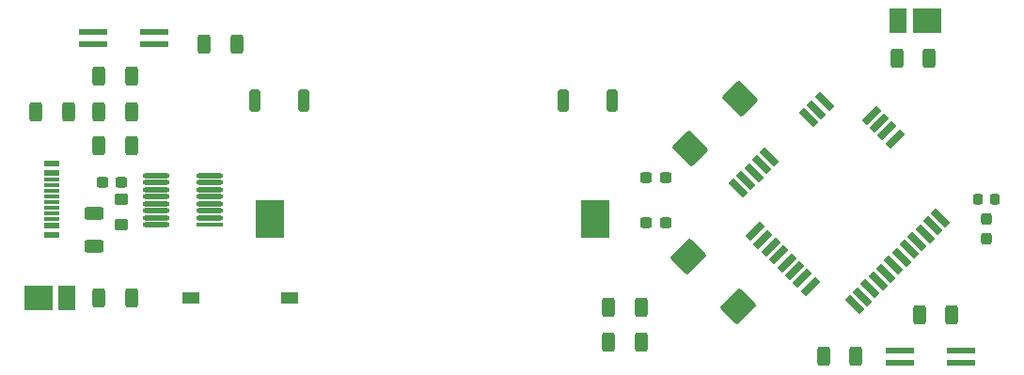
<source format=gtp>
%TF.GenerationSoftware,KiCad,Pcbnew,7.0.1-0*%
%TF.CreationDate,2023-09-15T13:21:47+02:00*%
%TF.ProjectId,letterboxsensor,6c657474-6572-4626-9f78-73656e736f72,rev?*%
%TF.SameCoordinates,Original*%
%TF.FileFunction,Paste,Top*%
%TF.FilePolarity,Positive*%
%FSLAX46Y46*%
G04 Gerber Fmt 4.6, Leading zero omitted, Abs format (unit mm)*
G04 Created by KiCad (PCBNEW 7.0.1-0) date 2023-09-15 13:21:47*
%MOMM*%
%LPD*%
G01*
G04 APERTURE LIST*
G04 Aperture macros list*
%AMRoundRect*
0 Rectangle with rounded corners*
0 $1 Rounding radius*
0 $2 $3 $4 $5 $6 $7 $8 $9 X,Y pos of 4 corners*
0 Add a 4 corners polygon primitive as box body*
4,1,4,$2,$3,$4,$5,$6,$7,$8,$9,$2,$3,0*
0 Add four circle primitives for the rounded corners*
1,1,$1+$1,$2,$3*
1,1,$1+$1,$4,$5*
1,1,$1+$1,$6,$7*
1,1,$1+$1,$8,$9*
0 Add four rect primitives between the rounded corners*
20,1,$1+$1,$2,$3,$4,$5,0*
20,1,$1+$1,$4,$5,$6,$7,0*
20,1,$1+$1,$6,$7,$8,$9,0*
20,1,$1+$1,$8,$9,$2,$3,0*%
%AMRotRect*
0 Rectangle, with rotation*
0 The origin of the aperture is its center*
0 $1 length*
0 $2 width*
0 $3 Rotation angle, in degrees counterclockwise*
0 Add horizontal line*
21,1,$1,$2,0,0,$3*%
G04 Aperture macros list end*
%ADD10R,2.600000X0.600000*%
%ADD11RoundRect,0.250000X-0.312500X-0.625000X0.312500X-0.625000X0.312500X0.625000X-0.312500X0.625000X0*%
%ADD12RoundRect,0.250000X0.312500X0.625000X-0.312500X0.625000X-0.312500X-0.625000X0.312500X-0.625000X0*%
%ADD13R,2.500000X2.200000*%
%ADD14R,1.550000X2.200000*%
%ADD15RoundRect,0.237500X-0.237500X0.300000X-0.237500X-0.300000X0.237500X-0.300000X0.237500X0.300000X0*%
%ADD16RoundRect,0.218750X0.218750X0.256250X-0.218750X0.256250X-0.218750X-0.256250X0.218750X-0.256250X0*%
%ADD17R,2.540000X3.510000*%
%ADD18RoundRect,0.250000X0.250000X0.750000X-0.250000X0.750000X-0.250000X-0.750000X0.250000X-0.750000X0*%
%ADD19RoundRect,0.237500X-0.300000X-0.237500X0.300000X-0.237500X0.300000X0.237500X-0.300000X0.237500X0*%
%ADD20RoundRect,0.237500X0.300000X0.237500X-0.300000X0.237500X-0.300000X-0.237500X0.300000X-0.237500X0*%
%ADD21R,2.477223X0.426984*%
%ADD22RoundRect,0.213492X1.025119X0.000000X-1.025119X0.000000X-1.025119X0.000000X1.025119X0.000000X0*%
%ADD23RoundRect,0.250000X0.625000X-0.312500X0.625000X0.312500X-0.625000X0.312500X-0.625000X-0.312500X0*%
%ADD24RoundRect,0.250000X-0.250000X-0.750000X0.250000X-0.750000X0.250000X0.750000X-0.250000X0.750000X0*%
%ADD25R,1.450000X0.600000*%
%ADD26R,1.450000X0.300000*%
%ADD27RoundRect,0.250000X-1.343503X-0.106066X-0.106066X-1.343503X1.343503X0.106066X0.106066X1.343503X0*%
%ADD28R,1.500000X1.100000*%
%ADD29RoundRect,0.250000X-0.350000X0.275000X-0.350000X-0.275000X0.350000X-0.275000X0.350000X0.275000X0*%
%ADD30RoundRect,0.250000X0.106066X-1.343503X1.343503X-0.106066X-0.106066X1.343503X-1.343503X0.106066X0*%
%ADD31RotRect,1.800000X0.700000X45.000000*%
%ADD32RotRect,1.800000X0.700000X315.000000*%
G04 APERTURE END LIST*
D10*
X111275400Y-72449600D03*
X111275400Y-73549600D03*
X116775400Y-72449600D03*
X116775400Y-73549600D03*
X116775400Y-73549600D03*
X116775400Y-72449600D03*
D11*
X114687500Y-76400000D03*
X111762500Y-76400000D03*
D12*
X186537500Y-74825000D03*
X183612500Y-74825000D03*
D13*
X186324600Y-71400000D03*
D14*
X183749600Y-71400000D03*
D15*
X191669200Y-89287500D03*
X191669200Y-91012500D03*
D16*
X192456700Y-87493600D03*
X190881700Y-87493600D03*
D17*
X156480000Y-89275000D03*
X127120000Y-89275000D03*
D11*
X121262500Y-73500000D03*
X124187500Y-73500000D03*
D18*
X157975000Y-78650000D03*
X153575000Y-78650000D03*
D11*
X114687500Y-79650000D03*
X111762500Y-79650000D03*
D13*
X106300000Y-96400000D03*
D14*
X108875000Y-96400000D03*
D12*
X176987500Y-101650000D03*
X179912500Y-101650000D03*
X111762500Y-96400000D03*
X114687500Y-96400000D03*
D19*
X112062500Y-85975000D03*
X113787500Y-85975000D03*
D10*
X183900000Y-101100000D03*
X183900000Y-102200000D03*
X189400000Y-101100000D03*
X189400000Y-102200000D03*
X189400000Y-102200000D03*
X189400000Y-101100000D03*
D11*
X157650000Y-100387500D03*
X160575000Y-100387500D03*
D12*
X160575000Y-97237500D03*
X157650000Y-97237500D03*
D20*
X162762500Y-89650000D03*
X161037500Y-89650000D03*
D21*
X121717041Y-89825000D03*
D22*
X121717041Y-89190000D03*
X121717041Y-88555000D03*
X121717041Y-87920000D03*
X121717041Y-87285000D03*
X121717041Y-86650000D03*
X121717041Y-86015000D03*
X121717041Y-85380000D03*
X116890558Y-85380000D03*
X116890558Y-86015000D03*
X116890558Y-86650000D03*
X116890558Y-87285000D03*
X116890558Y-87920000D03*
X116890558Y-88555000D03*
X116890558Y-89190000D03*
X116890558Y-89825000D03*
D23*
X111325000Y-91712500D03*
X111325000Y-88787500D03*
D11*
X188575000Y-97950000D03*
X185650000Y-97950000D03*
X111762500Y-82675000D03*
X114687500Y-82675000D03*
D24*
X125825000Y-78650000D03*
X130225000Y-78650000D03*
D25*
X107495000Y-84300000D03*
X107495000Y-85100000D03*
D26*
X107495000Y-86250000D03*
X107495000Y-87250000D03*
X107495000Y-87750000D03*
X107495000Y-88750000D03*
D25*
X107495000Y-89900000D03*
X107495000Y-90700000D03*
X107495000Y-90700000D03*
X107495000Y-89900000D03*
D26*
X107495000Y-89250000D03*
X107495000Y-88250000D03*
X107495000Y-86750000D03*
X107495000Y-85750000D03*
D25*
X107495000Y-85100000D03*
X107495000Y-84300000D03*
D27*
X164825000Y-92650000D03*
X169350484Y-97175484D03*
D20*
X162762500Y-85550000D03*
X161037500Y-85550000D03*
D28*
X120050000Y-96400000D03*
X128950000Y-96400000D03*
D29*
X113800000Y-87500000D03*
X113800000Y-89800000D03*
D11*
X106087500Y-79650000D03*
X109012500Y-79650000D03*
D30*
X164962258Y-82937742D03*
X169487742Y-78412258D03*
D31*
X175799606Y-95354250D03*
X175092499Y-94647143D03*
X174385393Y-93940036D03*
X173678286Y-93232930D03*
X172971179Y-92525823D03*
X172264072Y-91818716D03*
X171556966Y-91111609D03*
X170849859Y-90404502D03*
D32*
X169308366Y-86508344D03*
X170015473Y-85801237D03*
X170722579Y-85094130D03*
X171429686Y-84387024D03*
X172136793Y-83679917D03*
X175672327Y-80144383D03*
X176379434Y-79437276D03*
X177086541Y-78730169D03*
D31*
X181315039Y-79939322D03*
X182022146Y-80646429D03*
X182729253Y-81353536D03*
X183436359Y-82060642D03*
D32*
X187551721Y-89195350D03*
X186844614Y-89902457D03*
X186137507Y-90609563D03*
X185430401Y-91316670D03*
X184723294Y-92023777D03*
X184016187Y-92730884D03*
X183309080Y-93437990D03*
X182601973Y-94145097D03*
X181894867Y-94852204D03*
X181187760Y-95559311D03*
X180480653Y-96266418D03*
X179773546Y-96973524D03*
M02*

</source>
